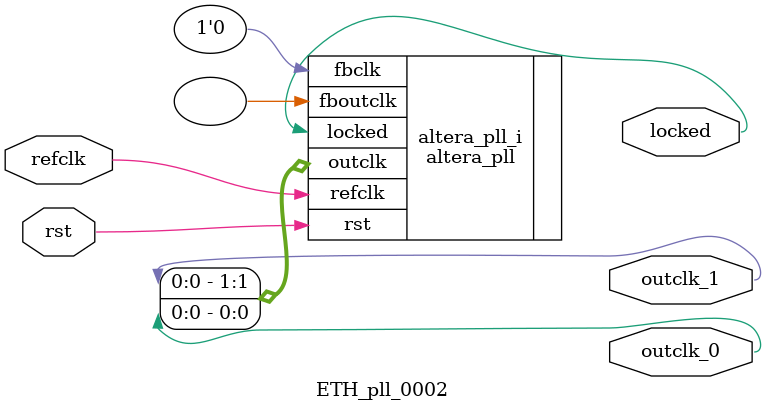
<source format=v>
`timescale 1ns/10ps
module  ETH_pll_0002(

	// interface 'refclk'
	input wire refclk,

	// interface 'reset'
	input wire rst,

	// interface 'outclk0'
	output wire outclk_0,

	// interface 'outclk1'
	output wire outclk_1,

	// interface 'locked'
	output wire locked
);

	altera_pll #(
		.fractional_vco_multiplier("false"),
		.reference_clock_frequency("125.0 MHz"),
		.operation_mode("direct"),
		.number_of_clocks(2),
		.output_clock_frequency0("125.000000 MHz"),
		.phase_shift0("7000 ps"),
		.duty_cycle0(50),
		.output_clock_frequency1("125.000000 MHz"),
		.phase_shift1("1000 ps"),
		.duty_cycle1(50),
		.output_clock_frequency2("0 MHz"),
		.phase_shift2("0 ps"),
		.duty_cycle2(50),
		.output_clock_frequency3("0 MHz"),
		.phase_shift3("0 ps"),
		.duty_cycle3(50),
		.output_clock_frequency4("0 MHz"),
		.phase_shift4("0 ps"),
		.duty_cycle4(50),
		.output_clock_frequency5("0 MHz"),
		.phase_shift5("0 ps"),
		.duty_cycle5(50),
		.output_clock_frequency6("0 MHz"),
		.phase_shift6("0 ps"),
		.duty_cycle6(50),
		.output_clock_frequency7("0 MHz"),
		.phase_shift7("0 ps"),
		.duty_cycle7(50),
		.output_clock_frequency8("0 MHz"),
		.phase_shift8("0 ps"),
		.duty_cycle8(50),
		.output_clock_frequency9("0 MHz"),
		.phase_shift9("0 ps"),
		.duty_cycle9(50),
		.output_clock_frequency10("0 MHz"),
		.phase_shift10("0 ps"),
		.duty_cycle10(50),
		.output_clock_frequency11("0 MHz"),
		.phase_shift11("0 ps"),
		.duty_cycle11(50),
		.output_clock_frequency12("0 MHz"),
		.phase_shift12("0 ps"),
		.duty_cycle12(50),
		.output_clock_frequency13("0 MHz"),
		.phase_shift13("0 ps"),
		.duty_cycle13(50),
		.output_clock_frequency14("0 MHz"),
		.phase_shift14("0 ps"),
		.duty_cycle14(50),
		.output_clock_frequency15("0 MHz"),
		.phase_shift15("0 ps"),
		.duty_cycle15(50),
		.output_clock_frequency16("0 MHz"),
		.phase_shift16("0 ps"),
		.duty_cycle16(50),
		.output_clock_frequency17("0 MHz"),
		.phase_shift17("0 ps"),
		.duty_cycle17(50),
		.pll_type("General"),
		.pll_subtype("General")
	) altera_pll_i (
		.rst	(rst),
		.outclk	({outclk_1, outclk_0}),
		.locked	(locked),
		.fboutclk	( ),
		.fbclk	(1'b0),
		.refclk	(refclk)
	);
endmodule


</source>
